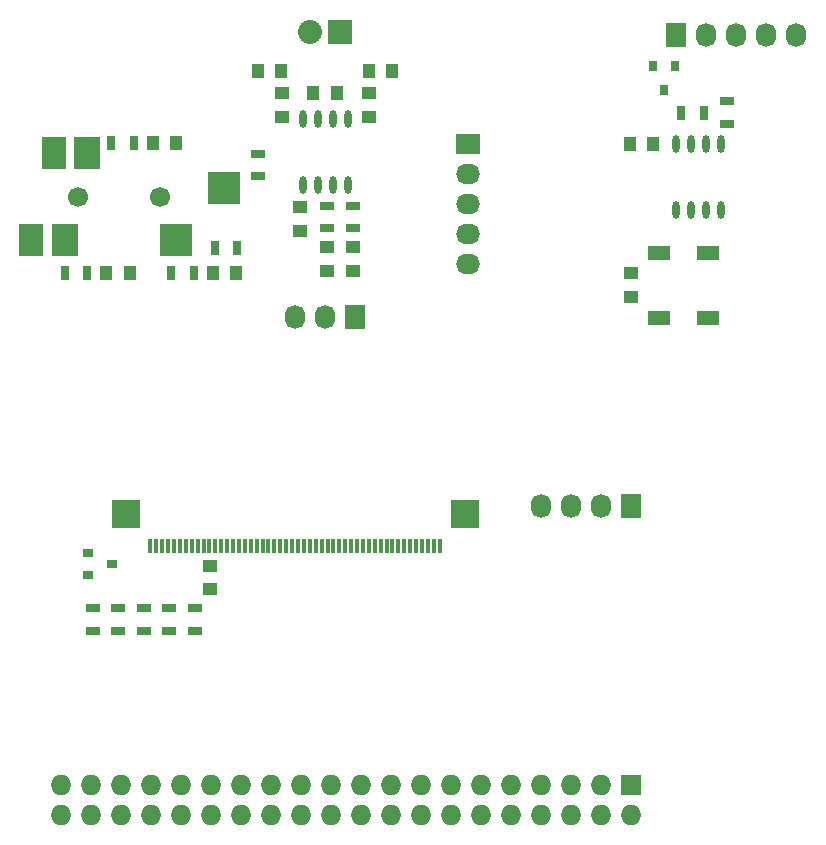
<source format=gts>
G04 #@! TF.FileFunction,Soldermask,Top*
%FSLAX46Y46*%
G04 Gerber Fmt 4.6, Leading zero omitted, Abs format (unit mm)*
G04 Created by KiCad (PCBNEW (2016-04-11 BZR 6687, Git f239aee)-product) date 7/7/2016 5:08:46 PM*
%MOMM*%
G01*
G04 APERTURE LIST*
%ADD10C,0.100000*%
%ADD11R,1.250000X1.000000*%
%ADD12R,1.000000X1.250000*%
%ADD13R,1.300000X0.700000*%
%ADD14R,0.700000X1.300000*%
%ADD15R,2.032000X2.032000*%
%ADD16O,2.032000X2.032000*%
%ADD17R,1.727200X1.727200*%
%ADD18O,1.727200X1.727200*%
%ADD19R,2.400000X2.400000*%
%ADD20R,0.300000X1.200000*%
%ADD21O,0.609600X1.473200*%
%ADD22C,1.700000*%
%ADD23R,2.000000X2.800000*%
%ADD24R,2.200000X2.800000*%
%ADD25R,2.800000X2.800000*%
%ADD26R,1.900000X1.300000*%
%ADD27R,1.727200X2.032000*%
%ADD28O,1.727200X2.032000*%
%ADD29R,0.800000X0.900000*%
%ADD30R,0.900000X0.800000*%
%ADD31R,2.032000X1.727200*%
%ADD32O,2.032000X1.727200*%
G04 APERTURE END LIST*
D10*
D11*
X28575000Y-59706000D03*
X28575000Y-61706000D03*
D12*
X23765000Y-23876000D03*
X25765000Y-23876000D03*
X28845000Y-34925000D03*
X30845000Y-34925000D03*
X19828000Y-34925000D03*
X21828000Y-34925000D03*
X66151000Y-24003000D03*
X64151000Y-24003000D03*
D11*
X38544500Y-32718500D03*
X38544500Y-34718500D03*
X40703500Y-32718500D03*
X40703500Y-34718500D03*
X36195000Y-29353000D03*
X36195000Y-31353000D03*
X64262000Y-34941000D03*
X64262000Y-36941000D03*
D12*
X37354000Y-19685000D03*
X39354000Y-19685000D03*
X32655000Y-17780000D03*
X34655000Y-17780000D03*
X44053000Y-17780000D03*
X42053000Y-17780000D03*
D11*
X42037000Y-21701000D03*
X42037000Y-19701000D03*
X34671000Y-21701000D03*
X34671000Y-19701000D03*
D13*
X18669000Y-63312000D03*
X18669000Y-65212000D03*
X20828000Y-63312000D03*
X20828000Y-65212000D03*
X22987000Y-63312000D03*
X22987000Y-65212000D03*
X25146000Y-63312000D03*
X25146000Y-65212000D03*
X27305000Y-63312000D03*
X27305000Y-65212000D03*
D14*
X20259000Y-23876000D03*
X22159000Y-23876000D03*
X25339000Y-34925000D03*
X27239000Y-34925000D03*
X16322000Y-34925000D03*
X18222000Y-34925000D03*
X29022000Y-32766000D03*
X30922000Y-32766000D03*
D13*
X32639000Y-26731000D03*
X32639000Y-24831000D03*
X40703500Y-29212500D03*
X40703500Y-31112500D03*
X38544500Y-31112500D03*
X38544500Y-29212500D03*
D14*
X68519000Y-21336000D03*
X70419000Y-21336000D03*
D13*
X72390000Y-20386000D03*
X72390000Y-22286000D03*
D15*
X39624000Y-14478000D03*
D16*
X37084000Y-14478000D03*
D17*
X64262000Y-78232000D03*
D18*
X64262000Y-80772000D03*
X61722000Y-78232000D03*
X61722000Y-80772000D03*
X59182000Y-78232000D03*
X59182000Y-80772000D03*
X56642000Y-78232000D03*
X56642000Y-80772000D03*
X54102000Y-78232000D03*
X54102000Y-80772000D03*
X51562000Y-78232000D03*
X51562000Y-80772000D03*
X49022000Y-78232000D03*
X49022000Y-80772000D03*
X46482000Y-78232000D03*
X46482000Y-80772000D03*
X43942000Y-78232000D03*
X43942000Y-80772000D03*
X41402000Y-78232000D03*
X41402000Y-80772000D03*
X38862000Y-78232000D03*
X38862000Y-80772000D03*
X36322000Y-78232000D03*
X36322000Y-80772000D03*
X33782000Y-78232000D03*
X33782000Y-80772000D03*
X31242000Y-78232000D03*
X31242000Y-80772000D03*
X28702000Y-78232000D03*
X28702000Y-80772000D03*
X26162000Y-78232000D03*
X26162000Y-80772000D03*
X23622000Y-78232000D03*
X23622000Y-80772000D03*
X21082000Y-78232000D03*
X21082000Y-80772000D03*
X18542000Y-78232000D03*
X18542000Y-80772000D03*
X16002000Y-78232000D03*
X16002000Y-80772000D03*
D19*
X21464000Y-55315000D03*
X50164000Y-55315000D03*
D20*
X23564000Y-58015000D03*
X24064000Y-58015000D03*
X25064000Y-58015000D03*
X24564000Y-58015000D03*
X26564000Y-58015000D03*
X27064000Y-58015000D03*
X26064000Y-58015000D03*
X25564000Y-58015000D03*
X29564000Y-58015000D03*
X30064000Y-58015000D03*
X31064000Y-58015000D03*
X30564000Y-58015000D03*
X28564000Y-58015000D03*
X29064000Y-58015000D03*
X28064000Y-58015000D03*
X27564000Y-58015000D03*
X35564000Y-58015000D03*
X33564000Y-58015000D03*
X34064000Y-58015000D03*
X35064000Y-58015000D03*
X34564000Y-58015000D03*
X32564000Y-58015000D03*
X33064000Y-58015000D03*
X32064000Y-58015000D03*
X31564000Y-58015000D03*
X44064000Y-58015000D03*
X44564000Y-58015000D03*
X45564000Y-58015000D03*
X45064000Y-58015000D03*
X47064000Y-58015000D03*
X47564000Y-58015000D03*
X46564000Y-58015000D03*
X46064000Y-58015000D03*
X48064000Y-58015000D03*
X40064000Y-58015000D03*
X40564000Y-58015000D03*
X41564000Y-58015000D03*
X41064000Y-58015000D03*
X43064000Y-58015000D03*
X43564000Y-58015000D03*
X42564000Y-58015000D03*
X42064000Y-58015000D03*
X38064000Y-58015000D03*
X38564000Y-58015000D03*
X39564000Y-58015000D03*
X39064000Y-58015000D03*
X37064000Y-58015000D03*
X37564000Y-58015000D03*
X36564000Y-58015000D03*
X36064000Y-58015000D03*
D21*
X68072000Y-29591000D03*
X69342000Y-29591000D03*
X70612000Y-29591000D03*
X71882000Y-29591000D03*
X71882000Y-24003000D03*
X70612000Y-24003000D03*
X69342000Y-24003000D03*
X68072000Y-24003000D03*
D22*
X24399000Y-28448000D03*
D23*
X13499000Y-32148000D03*
X15399000Y-24748000D03*
D24*
X16299000Y-32148000D03*
X18199000Y-24748000D03*
D25*
X25699000Y-32148000D03*
X29799000Y-27698000D03*
D22*
X17399000Y-28448000D03*
D21*
X36449000Y-27432000D03*
X37719000Y-27432000D03*
X38989000Y-27432000D03*
X40259000Y-27432000D03*
X40259000Y-21844000D03*
X38989000Y-21844000D03*
X37719000Y-21844000D03*
X36449000Y-21844000D03*
D26*
X66607000Y-33191000D03*
X70807000Y-33191000D03*
X70807000Y-38691000D03*
X66607000Y-38691000D03*
D27*
X68072000Y-14732000D03*
D28*
X70612000Y-14732000D03*
X73152000Y-14732000D03*
X75692000Y-14732000D03*
X78232000Y-14732000D03*
D29*
X67056000Y-19415000D03*
X68006000Y-17415000D03*
X66106000Y-17415000D03*
D30*
X20304000Y-59563000D03*
X18304000Y-58613000D03*
X18304000Y-60513000D03*
D27*
X40894000Y-38608000D03*
D28*
X38354000Y-38608000D03*
X35814000Y-38608000D03*
D27*
X64262000Y-54610000D03*
D28*
X61722000Y-54610000D03*
X59182000Y-54610000D03*
X56642000Y-54610000D03*
D31*
X50419000Y-24003000D03*
D32*
X50419000Y-26543000D03*
X50419000Y-29083000D03*
X50419000Y-31623000D03*
X50419000Y-34163000D03*
M02*

</source>
